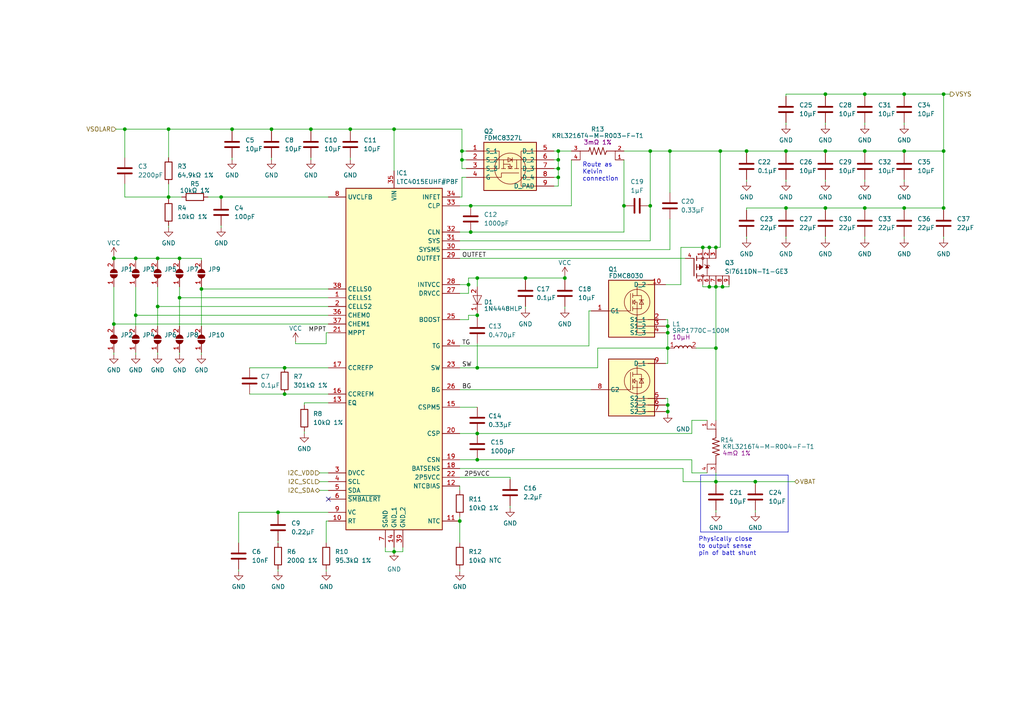
<source format=kicad_sch>
(kicad_sch (version 20230121) (generator eeschema)
  (paper "A4")
  (lib_symbols
    (symbol "1N4448HLP-7:1N4448HLP-7" (pin_names hide)
      (property "Reference" "D?" (at -5.08 5.08 0))
      (property "Value" "1N4448HLP-7" (at 0.635 3.175 0))
      (property "JLCPCB" "C154874" (at -2.54 -3.175 0))
      (symbol "1N4448HLP-7_1_1"
        (pin passive line (at -3.81 0 0) (length 2.54) (name "K") (number "1"))
        (pin passive line (at 3.81 0 180) (length 2.54) (name "A") (number "2"))
      )
    )
    (symbol "Device:C" (pin_numbers hide) (pin_names (offset 0.254))
      (property "Reference" "C" (at 0.635 2.54 0))
      (property "Value" "C" (at 0.635 -2.54 0))
      (symbol "C_1_1"
        (pin passive line (at 0 3.81 270) (length 2.794) (name "~") (number "1"))
        (pin passive line (at 0 -3.81 90) (length 2.794) (name "~") (number "2"))
      )
    )
    (symbol "Device:R" (pin_numbers hide) (pin_names (offset 0))
      (property "Reference" "R" (at 2.032 0 90))
      (property "Value" "R" (at 0 0 90))
      (symbol "R_1_1"
        (pin passive line (at 0 3.81 270) (length 1.27) (name "~") (number "1"))
        (pin passive line (at 0 -3.81 90) (length 1.27) (name "~") (number "2"))
      )
    )
    (symbol "FDMC8030:FDMC8030"
      (property "Reference" "Q?" (at -5.08 22.86 0))
      (property "Value" "FDMC8030" (at -1.27 20.955 0))
      (symbol "FDMC8030_1_1"
        (pin passive line (at -11.43 10.795 0) (length 5.08) (name "G1") (number "1"))
        (pin passive line (at 10.16 18.415 180) (length 5.08) (name "D_2") (number "10"))
        (pin passive line (at 10.16 8.255 180) (length 5.08) (name "S1_1") (number "2"))
        (pin passive line (at 10.16 6.35 180) (length 5.08) (name "S1_2") (number "3"))
        (pin passive line (at 10.16 4.445 180) (length 5.08) (name "S1_3") (number "4"))
        (pin passive line (at 10.16 -14.605 180) (length 5.08) (name "S2_1") (number "5"))
        (pin passive line (at 10.16 -16.51 180) (length 5.08) (name "S2_2") (number "6"))
        (pin passive line (at 10.16 -18.415 180) (length 5.08) (name "S2_3") (number "7"))
        (pin passive line (at -11.43 -12.065 0) (length 5.08) (name "G2") (number "8"))
        (pin passive line (at 10.16 -4.445 180) (length 5.08) (name "D_1") (number "9"))
      )
    )
    (symbol "FDMC8327L:FDMC8327L"
      (property "Reference" "Q2" (at 5.08 5.715 0))
      (property "Value" "FDMC8327L" (at 5.08 3.81 0))
      (symbol "FDMC8327L_1_1"
        (pin passive line (at 0 0 0) (length 5.08) (name "S_1") (number "1"))
        (pin passive line (at 0 -2.54 0) (length 5.08) (name "S_2") (number "2"))
        (pin passive line (at 0 -5.08 0) (length 5.08) (name "S_3") (number "3"))
        (pin passive line (at 0 -7.62 0) (length 5.08) (name "G") (number "4"))
        (pin passive line (at 25.4 0 180) (length 5.08) (name "D_1") (number "5"))
        (pin passive line (at 25.4 -2.54 180) (length 5.08) (name "D_2") (number "6"))
        (pin passive line (at 25.4 -5.08 180) (length 5.08) (name "D_3") (number "7"))
        (pin passive line (at 25.4 -7.62 180) (length 5.08) (name "D_4") (number "8"))
        (pin passive line (at 25.4 -10.16 180) (length 5.08) (name "D_PAD") (number "9"))
      )
    )
    (symbol "Jumper:SolderJumper_2_Open" (pin_names (offset 0) hide)
      (property "Reference" "JP" (at 0 2.032 0))
      (property "Value" "SolderJumper_2_Open" (at 0 -2.54 0))
      (symbol "SolderJumper_2_Open_1_1"
        (pin passive line (at -3.81 0 0) (length 2.54) (name "A") (number "1"))
        (pin passive line (at 3.81 0 180) (length 2.54) (name "B") (number "2"))
      )
    )
    (symbol "KRL3216T4-M-R003-F-T1:KRL3216T4-M-R003-F-T1" (pin_names (offset 1.016))
      (property "Reference" "R" (at -6.35 -3.175 0))
      (property "Value" "KRL3216T4-M-R003-F-T1" (at -6.35 -5.08 0))
      (symbol "KRL3216T4-M-R003-F-T1_0_0"
        (pin passive line (at -7.62 2.54 0) (length 2.54) (name "~") (number "1"))
        (pin passive line (at -7.62 0 0) (length 2.54) (name "~") (number "2"))
        (pin passive line (at 7.62 0 180) (length 2.54) (name "~") (number "3"))
        (pin passive line (at 7.62 2.54 180) (length 2.54) (name "~") (number "4"))
      )
    )
    (symbol "LTC4015EUHF#PBF:LTC4015EUHF#PBF"
      (property "Reference" "IC**" (at -11.43 49.53 0))
      (property "Value" "LTC4015EUHF#PBF" (at -2.54 6.35 90))
      (symbol "LTC4015EUHF#PBF_1_1"
        (pin input line (at -19.05 16.51 0) (length 5.08) (name "CELLS1") (number "1"))
        (pin input line (at -19.05 -48.26 0) (length 5.08) (name "RT") (number "10"))
        (pin input line (at 19.05 -48.26 180) (length 5.08) (name "NTC") (number "11"))
        (pin output line (at 19.05 -38.1 180) (length 5.08) (name "NTCBIAS") (number "12"))
        (pin input line (at -19.05 -13.97 0) (length 5.08) (name "EQ") (number "13"))
        (pin power_in line (at 0 -55.88 90) (length 5.08) (name "GND_1") (number "14"))
        (pin input line (at 19.05 -15.24 180) (length 5.08) (name "CSPM5") (number "15"))
        (pin input line (at -19.05 -11.43 0) (length 5.08) (name "CCREFM") (number "16"))
        (pin input line (at -19.05 -3.81 0) (length 5.08) (name "CCREFP") (number "17"))
        (pin input line (at 19.05 -33.02 180) (length 5.08) (name "BATSENS") (number "18"))
        (pin input line (at 19.05 -30.48 180) (length 5.08) (name "CSN") (number "19"))
        (pin input line (at -19.05 13.97 0) (length 5.08) (name "CELLS2") (number "2"))
        (pin input line (at 19.05 -22.86 180) (length 5.08) (name "CSP") (number "20"))
        (pin input line (at -19.05 6.35 0) (length 5.08) (name "MPPT") (number "21"))
        (pin input line (at 19.05 -35.56 180) (length 5.08) (name "2P5VCC") (number "22"))
        (pin output line (at 19.05 -3.81 180) (length 5.08) (name "SW") (number "23"))
        (pin output line (at 19.05 2.54 180) (length 5.08) (name "TG") (number "24"))
        (pin output line (at 19.05 10.16 180) (length 5.08) (name "BOOST") (number "25"))
        (pin output line (at 19.05 -10.16 180) (length 5.08) (name "BG") (number "26"))
        (pin input line (at 19.05 17.78 180) (length 5.08) (name "DRVCC") (number "27"))
        (pin output line (at 19.05 20.32 180) (length 5.08) (name "INTVCC") (number "28"))
        (pin output line (at 19.05 27.94 180) (length 5.08) (name "OUTFET") (number "29"))
        (pin input line (at -19.05 -34.29 0) (length 5.08) (name "DVCC") (number "3"))
        (pin input line (at 19.05 30.48 180) (length 5.08) (name "SYSM5") (number "30"))
        (pin input line (at 19.05 33.02 180) (length 5.08) (name "SYS") (number "31"))
        (pin input line (at 19.05 35.56 180) (length 5.08) (name "CLN") (number "32"))
        (pin input line (at 19.05 43.18 180) (length 5.08) (name "CLP") (number "33"))
        (pin output line (at 19.05 45.72 180) (length 5.08) (name "INFET") (number "34"))
        (pin power_in line (at 0 53.34 270) (length 5.08) (name "VIN") (number "35"))
        (pin input line (at -19.05 11.43 0) (length 5.08) (name "CHEM0") (number "36"))
        (pin input line (at -19.05 8.89 0) (length 5.08) (name "CHEM1") (number "37"))
        (pin input line (at -19.05 19.05 0) (length 5.08) (name "CELLS0") (number "38"))
        (pin power_in line (at 2.54 -55.88 90) (length 5.08) (name "GND_2") (number "39"))
        (pin input line (at -19.05 -36.83 0) (length 5.08) (name "SCL") (number "4"))
        (pin bidirectional line (at -19.05 -39.37 0) (length 5.08) (name "SDA") (number "5"))
        (pin output line (at -19.05 -41.91 0) (length 5.08) (name "~{SMBALERT}") (number "6"))
        (pin power_in line (at -2.54 -55.88 90) (length 5.08) (name "SGND") (number "7"))
        (pin input line (at -19.05 45.72 0) (length 5.08) (name "UVCLFB") (number "8"))
        (pin input line (at -19.05 -45.72 0) (length 5.08) (name "VC") (number "9"))
      )
    )
    (symbol "SI7611DN-T1-GE3:SI7611DN-T1-GE3" (pin_names (offset 1.016))
      (property "Reference" "Q3" (at 8.89 1.2701 0))
      (property "Value" "SI7611DN-T1-GE3" (at 8.89 -1.2699 0))
      (symbol "SI7611DN-T1-GE3_0_0"
        (pin passive line (at 2.54 5.08 270) (length 2.54) (name "~") (number "1"))
        (pin passive line (at 4.445 5.08 270) (length 2.54) (name "~") (number "2"))
        (pin passive line (at 6.35 5.08 270) (length 2.54) (name "~") (number "3"))
        (pin passive line (at -2.54 2.54 0) (length 2.54) (name "~") (number "4"))
        (pin passive line (at 2.54 -5.08 90) (length 2.54) (name "~") (number "5"))
        (pin passive line (at 4.445 -5.08 90) (length 2.54) (name "~") (number "6"))
        (pin passive line (at 6.35 -5.08 90) (length 2.54) (name "~") (number "7"))
        (pin passive line (at 8.255 -5.08 90) (length 2.54) (name "~") (number "8"))
        (pin passive line (at 10.16 -5.08 90) (length 2.54) (name "~") (number "9"))
      )
    )
    (symbol "SRP1770C-100M:SRP1770C-100M" (pin_names hide)
      (property "Reference" "L" (at -3.81 6.985 0))
      (property "Value" "SRP1770C-100M" (at -3.81 5.08 0))
      (property "Inductance" "10µH" (at -3.81 3.175 0))
      (symbol "SRP1770C-100M_1_1"
        (pin passive line (at -3.81 0 0) (length 1.27) (name "1") (number "1"))
        (pin passive line (at 3.81 0 180) (length 1.27) (name "2") (number "2"))
      )
    )
    (symbol "power:GND" (power) (pin_names (offset 0))
      (property "Value" "GND" (at 0 -3.81 0))
      (symbol "GND_1_1"
        (pin power_in line (at 0 0 270) (length 0) hide (name "GND") (number "1"))
      )
    )
    (symbol "power:VCC" (power) (pin_names (offset 0))
      (property "Value" "VCC" (at 0 3.81 0))
      (symbol "VCC_1_1"
        (pin power_in line (at 0 0 90) (length 0) hide (name "VCC") (number "1"))
      )
    )
  )
  (junction (at 64.135 57.15))
  (junction (at 161.925 48.895))
  (junction (at 52.07 86.36))
  (junction (at 138.43 91.44))
  (junction (at 161.925 46.355))
  (junction (at 58.42 83.82))
  (junction (at 239.395 43.815))
  (junction (at 250.825 60.325))
  (junction (at 205.74 71.755))
  (junction (at 133.35 151.13))
  (junction (at 194.31 43.815))
  (junction (at 227.965 43.815))
  (junction (at 136.525 59.69))
  (junction (at 152.4 80.645))
  (junction (at 273.685 60.325))
  (junction (at 216.535 43.815))
  (junction (at 78.74 37.465))
  (junction (at 48.895 57.15))
  (junction (at 207.645 83.185))
  (junction (at 193.675 100.965))
  (junction (at 138.43 80.645))
  (junction (at 180.975 59.69))
  (junction (at 208.915 43.815))
  (junction (at 33.02 93.98))
  (junction (at 48.895 37.465))
  (junction (at 227.965 60.325))
  (junction (at 45.72 74.93))
  (junction (at 161.925 51.435))
  (junction (at 67.31 37.465))
  (junction (at 273.685 27.305))
  (junction (at 138.43 106.68))
  (junction (at 90.17 37.465))
  (junction (at 45.72 88.9))
  (junction (at 193.675 96.52))
  (junction (at 33.02 74.93))
  (junction (at 82.55 106.68))
  (junction (at 207.645 100.965))
  (junction (at 207.645 71.755))
  (junction (at 239.395 27.305))
  (junction (at 114.3 37.465))
  (junction (at 219.075 139.7))
  (junction (at 101.6 37.465))
  (junction (at 250.825 43.815))
  (junction (at 188.595 59.69))
  (junction (at 262.255 60.325))
  (junction (at 262.255 43.815))
  (junction (at 136.525 67.31))
  (junction (at 193.675 94.615))
  (junction (at 133.985 46.355))
  (junction (at 273.685 43.815))
  (junction (at 188.595 43.815))
  (junction (at 114.3 160.02))
  (junction (at 135.89 82.55))
  (junction (at 80.645 148.59))
  (junction (at 239.395 60.325))
  (junction (at 207.645 139.7))
  (junction (at 262.255 27.305))
  (junction (at 193.675 119.38))
  (junction (at 209.55 83.185))
  (junction (at 52.07 74.93))
  (junction (at 138.43 133.35))
  (junction (at 161.925 43.815))
  (junction (at 39.37 91.44))
  (junction (at 250.825 27.305))
  (junction (at 36.195 37.465))
  (junction (at 133.985 43.815))
  (junction (at 193.675 117.475))
  (junction (at 138.43 125.73))
  (junction (at 39.37 74.93))
  (junction (at 203.835 71.755))
  (junction (at 205.74 83.185))
  (junction (at 163.83 80.645))
  (junction (at 82.55 114.3))
  (no_connect (at 95.25 144.78))
  (wire (pts (xy 67.31 37.465) (xy 78.74 37.465)))
  (wire (pts (xy 138.43 106.68) (xy 173.355 106.68)))
  (wire (pts (xy 95.25 151.13) (xy 94.615 151.13)))
  (wire (pts (xy 200.66 137.16) (xy 200.66 133.35)))
  (wire (pts (xy 160.655 51.435) (xy 161.925 51.435)))
  (wire (pts (xy 39.37 83.185) (xy 39.37 91.44)))
  (wire (pts (xy 208.915 43.815) (xy 208.915 71.755)))
  (wire (pts (xy 239.395 60.96) (xy 239.395 60.325)))
  (polyline (pts (xy 203.2 139.065) (xy 203.2 137.795)))
  (wire (pts (xy 52.07 74.93) (xy 58.42 74.93)))
  (wire (pts (xy 133.35 133.35) (xy 138.43 133.35)))
  (wire (pts (xy 82.55 106.68) (xy 95.25 106.68)))
  (wire (pts (xy 194.31 43.815) (xy 208.915 43.815)))
  (wire (pts (xy 193.04 92.71) (xy 193.675 92.71)))
  (wire (pts (xy 52.705 57.15) (xy 48.895 57.15)))
  (wire (pts (xy 173.355 106.68) (xy 173.355 100.965)))
  (wire (pts (xy 201.93 100.965) (xy 207.645 100.965)))
  (wire (pts (xy 58.42 102.87) (xy 58.42 102.235)))
  (wire (pts (xy 133.35 125.73) (xy 138.43 125.73)))
  (wire (pts (xy 239.395 69.215) (xy 239.395 68.58)))
  (wire (pts (xy 133.985 37.465) (xy 114.3 37.465)))
  (wire (pts (xy 203.835 83.185) (xy 205.74 83.185)))
  (wire (pts (xy 52.07 74.93) (xy 52.07 75.565)))
  (wire (pts (xy 170.815 100.33) (xy 170.815 90.17)))
  (wire (pts (xy 211.455 82.55) (xy 211.455 83.185)))
  (wire (pts (xy 90.17 37.465) (xy 101.6 37.465)))
  (wire (pts (xy 111.76 158.75) (xy 111.76 160.02)))
  (wire (pts (xy 188.595 43.815) (xy 194.31 43.815)))
  (wire (pts (xy 160.655 46.355) (xy 161.925 46.355)))
  (wire (pts (xy 273.685 43.815) (xy 273.685 60.325)))
  (wire (pts (xy 273.685 69.215) (xy 273.685 68.58)))
  (wire (pts (xy 198.12 139.7) (xy 198.12 135.89)))
  (wire (pts (xy 133.35 59.69) (xy 136.525 59.69)))
  (wire (pts (xy 138.43 90.805) (xy 138.43 91.44)))
  (wire (pts (xy 193.675 96.52) (xy 193.675 100.965)))
  (wire (pts (xy 193.04 115.57) (xy 193.675 115.57)))
  (wire (pts (xy 193.04 119.38) (xy 193.675 119.38)))
  (wire (pts (xy 273.685 60.325) (xy 262.255 60.325)))
  (wire (pts (xy 95.25 116.84) (xy 88.265 116.84)))
  (wire (pts (xy 207.645 83.185) (xy 209.55 83.185)))
  (wire (pts (xy 161.925 43.815) (xy 165.735 43.815)))
  (wire (pts (xy 52.07 83.185) (xy 52.07 86.36)))
  (wire (pts (xy 48.895 53.34) (xy 48.895 57.15)))
  (wire (pts (xy 80.645 165.735) (xy 80.645 165.1)))
  (wire (pts (xy 216.535 43.815) (xy 227.965 43.815)))
  (wire (pts (xy 188.595 43.815) (xy 188.595 59.69)))
  (wire (pts (xy 262.255 52.705) (xy 262.255 52.07)))
  (wire (pts (xy 193.675 105.41) (xy 193.04 105.41)))
  (wire (pts (xy 133.985 46.355) (xy 133.985 43.815)))
  (wire (pts (xy 250.825 60.96) (xy 250.825 60.325)))
  (wire (pts (xy 227.965 44.45) (xy 227.965 43.815)))
  (polyline (pts (xy 228.6 154.305) (xy 203.2 154.305)))
  (wire (pts (xy 205.74 83.185) (xy 207.645 83.185)))
  (wire (pts (xy 33.655 37.465) (xy 36.195 37.465)))
  (wire (pts (xy 262.255 44.45) (xy 262.255 43.815)))
  (wire (pts (xy 193.04 94.615) (xy 193.675 94.615)))
  (wire (pts (xy 133.35 69.85) (xy 188.595 69.85)))
  (wire (pts (xy 160.655 48.895) (xy 161.925 48.895)))
  (wire (pts (xy 33.02 74.93) (xy 39.37 74.93)))
  (wire (pts (xy 188.595 69.85) (xy 188.595 59.69)))
  (wire (pts (xy 72.39 114.3) (xy 82.55 114.3)))
  (wire (pts (xy 197.485 71.755) (xy 203.835 71.755)))
  (wire (pts (xy 114.3 160.02) (xy 116.84 160.02)))
  (wire (pts (xy 80.645 157.48) (xy 80.645 156.845)))
  (wire (pts (xy 161.925 43.815) (xy 161.925 46.355)))
  (wire (pts (xy 262.255 27.305) (xy 273.685 27.305)))
  (wire (pts (xy 163.83 89.535) (xy 163.83 88.9)))
  (wire (pts (xy 39.37 102.87) (xy 39.37 102.235)))
  (wire (pts (xy 227.965 36.195) (xy 227.965 35.56)))
  (wire (pts (xy 138.43 125.73) (xy 200.66 125.73)))
  (wire (pts (xy 193.675 115.57) (xy 193.675 117.475)))
  (wire (pts (xy 133.35 57.15) (xy 133.985 57.15)))
  (wire (pts (xy 205.105 137.16) (xy 200.66 137.16)))
  (wire (pts (xy 193.675 117.475) (xy 193.675 119.38)))
  (wire (pts (xy 39.37 75.565) (xy 39.37 74.93)))
  (wire (pts (xy 133.985 57.15) (xy 133.985 51.435)))
  (wire (pts (xy 101.6 38.1) (xy 101.6 37.465)))
  (wire (pts (xy 208.915 43.815) (xy 216.535 43.815)))
  (wire (pts (xy 216.535 69.215) (xy 216.535 68.58)))
  (wire (pts (xy 209.55 83.185) (xy 211.455 83.185)))
  (wire (pts (xy 39.37 74.93) (xy 45.72 74.93)))
  (wire (pts (xy 250.825 69.215) (xy 250.825 68.58)))
  (wire (pts (xy 92.71 137.16) (xy 95.25 137.16)))
  (wire (pts (xy 133.35 100.33) (xy 170.815 100.33)))
  (wire (pts (xy 90.17 38.1) (xy 90.17 37.465)))
  (wire (pts (xy 135.89 92.71) (xy 135.89 91.44)))
  (wire (pts (xy 133.35 138.43) (xy 147.955 138.43)))
  (wire (pts (xy 193.04 117.475) (xy 193.675 117.475)))
  (wire (pts (xy 33.02 93.98) (xy 95.25 93.98)))
  (wire (pts (xy 138.43 91.44) (xy 138.43 92.075)))
  (wire (pts (xy 250.825 27.305) (xy 262.255 27.305)))
  (wire (pts (xy 239.395 44.45) (xy 239.395 43.815)))
  (polyline (pts (xy 228.6 137.795) (xy 228.6 154.305)))
  (wire (pts (xy 133.35 67.31) (xy 136.525 67.31)))
  (wire (pts (xy 152.4 89.535) (xy 152.4 88.9)))
  (wire (pts (xy 262.255 43.815) (xy 273.685 43.815)))
  (wire (pts (xy 114.3 37.465) (xy 114.3 49.53)))
  (wire (pts (xy 262.255 27.305) (xy 262.255 27.94)))
  (wire (pts (xy 180.975 43.815) (xy 188.595 43.815)))
  (wire (pts (xy 227.965 60.325) (xy 216.535 60.325)))
  (wire (pts (xy 239.395 27.305) (xy 227.965 27.305)))
  (wire (pts (xy 133.985 43.815) (xy 135.255 43.815)))
  (wire (pts (xy 273.685 27.305) (xy 273.685 43.815)))
  (wire (pts (xy 94.615 96.52) (xy 94.615 99.695)))
  (wire (pts (xy 133.35 135.89) (xy 198.12 135.89)))
  (wire (pts (xy 133.35 140.97) (xy 133.35 142.24)))
  (wire (pts (xy 203.835 82.55) (xy 203.835 83.185)))
  (wire (pts (xy 90.17 45.72) (xy 90.17 46.355)))
  (wire (pts (xy 194.31 72.39) (xy 194.31 63.5)))
  (wire (pts (xy 239.395 43.815) (xy 227.965 43.815)))
  (wire (pts (xy 180.975 59.69) (xy 180.975 67.31)))
  (wire (pts (xy 95.25 88.9) (xy 45.72 88.9)))
  (wire (pts (xy 80.645 149.225) (xy 80.645 148.59)))
  (wire (pts (xy 135.89 80.645) (xy 135.89 82.55)))
  (wire (pts (xy 33.02 74.295) (xy 33.02 74.93)))
  (wire (pts (xy 69.215 165.735) (xy 69.215 165.1)))
  (wire (pts (xy 135.255 48.895) (xy 133.985 48.895)))
  (wire (pts (xy 227.965 69.215) (xy 227.965 68.58)))
  (wire (pts (xy 250.825 27.305) (xy 239.395 27.305)))
  (wire (pts (xy 262.255 69.215) (xy 262.255 68.58)))
  (wire (pts (xy 135.89 82.55) (xy 135.89 85.09)))
  (wire (pts (xy 85.725 99.695) (xy 94.615 99.695)))
  (wire (pts (xy 205.74 71.755) (xy 205.74 72.39)))
  (wire (pts (xy 48.895 37.465) (xy 67.31 37.465)))
  (wire (pts (xy 135.89 91.44) (xy 138.43 91.44)))
  (wire (pts (xy 60.325 57.15) (xy 64.135 57.15)))
  (wire (pts (xy 147.955 138.43) (xy 147.955 139.065)))
  (wire (pts (xy 69.215 148.59) (xy 80.645 148.59)))
  (wire (pts (xy 133.985 43.815) (xy 133.985 37.465)))
  (wire (pts (xy 64.135 57.15) (xy 95.25 57.15)))
  (wire (pts (xy 273.685 27.305) (xy 275.59 27.305)))
  (wire (pts (xy 250.825 44.45) (xy 250.825 43.815)))
  (wire (pts (xy 207.645 139.7) (xy 207.645 140.335)))
  (wire (pts (xy 39.37 91.44) (xy 95.25 91.44)))
  (wire (pts (xy 135.89 80.645) (xy 138.43 80.645)))
  (wire (pts (xy 170.815 90.17) (xy 171.45 90.17)))
  (wire (pts (xy 138.43 80.645) (xy 138.43 83.185)))
  (wire (pts (xy 165.735 46.355) (xy 165.735 59.69)))
  (wire (pts (xy 161.925 48.895) (xy 161.925 51.435)))
  (wire (pts (xy 207.645 83.185) (xy 207.645 100.965)))
  (wire (pts (xy 114.3 158.75) (xy 114.3 160.02)))
  (wire (pts (xy 45.72 74.93) (xy 52.07 74.93)))
  (wire (pts (xy 262.255 36.195) (xy 262.255 35.56)))
  (wire (pts (xy 85.725 99.06) (xy 85.725 99.695)))
  (wire (pts (xy 216.535 52.705) (xy 216.535 52.07)))
  (wire (pts (xy 161.925 46.355) (xy 161.925 48.895)))
  (wire (pts (xy 133.35 106.68) (xy 138.43 106.68)))
  (wire (pts (xy 161.925 51.435) (xy 161.925 53.975)))
  (wire (pts (xy 133.35 82.55) (xy 135.89 82.55)))
  (wire (pts (xy 207.645 148.59) (xy 207.645 147.955)))
  (wire (pts (xy 94.615 165.735) (xy 94.615 165.1)))
  (wire (pts (xy 250.825 52.705) (xy 250.825 52.07)))
  (wire (pts (xy 239.395 27.94) (xy 239.395 27.305)))
  (wire (pts (xy 205.105 121.92) (xy 200.66 121.92)))
  (polyline (pts (xy 203.2 137.795) (xy 228.6 137.795)))
  (wire (pts (xy 133.35 74.93) (xy 198.755 74.93)))
  (wire (pts (xy 163.83 81.28) (xy 163.83 80.645)))
  (wire (pts (xy 193.675 119.38) (xy 193.675 120.015)))
  (wire (pts (xy 193.04 96.52) (xy 193.675 96.52)))
  (wire (pts (xy 45.72 74.93) (xy 45.72 75.565)))
  (wire (pts (xy 147.955 147.32) (xy 147.955 146.685)))
  (wire (pts (xy 133.35 118.11) (xy 138.43 118.11)))
  (wire (pts (xy 36.195 57.15) (xy 48.895 57.15)))
  (wire (pts (xy 133.985 51.435) (xy 135.255 51.435)))
  (wire (pts (xy 133.985 48.895) (xy 133.985 46.355)))
  (wire (pts (xy 194.31 43.815) (xy 194.31 55.88)))
  (wire (pts (xy 193.675 94.615) (xy 193.675 96.52)))
  (wire (pts (xy 88.265 125.73) (xy 88.265 125.095)))
  (wire (pts (xy 33.02 74.93) (xy 33.02 75.565)))
  (wire (pts (xy 160.655 53.975) (xy 161.925 53.975)))
  (wire (pts (xy 133.35 85.09) (xy 135.89 85.09)))
  (wire (pts (xy 250.825 36.195) (xy 250.825 35.56)))
  (wire (pts (xy 227.965 60.96) (xy 227.965 60.325)))
  (wire (pts (xy 33.02 93.98) (xy 33.02 94.615)))
  (wire (pts (xy 193.675 92.71) (xy 193.675 94.615)))
  (wire (pts (xy 80.645 148.59) (xy 95.25 148.59)))
  (wire (pts (xy 101.6 37.465) (xy 114.3 37.465)))
  (wire (pts (xy 39.37 91.44) (xy 39.37 94.615)))
  (wire (pts (xy 152.4 81.28) (xy 152.4 80.645)))
  (wire (pts (xy 165.735 59.69) (xy 136.525 59.69)))
  (wire (pts (xy 262.255 60.325) (xy 250.825 60.325)))
  (wire (pts (xy 209.55 82.55) (xy 209.55 83.185)))
  (wire (pts (xy 180.975 67.31) (xy 136.525 67.31)))
  (wire (pts (xy 180.975 46.355) (xy 180.975 59.69)))
  (wire (pts (xy 207.645 71.755) (xy 207.645 72.39)))
  (wire (pts (xy 160.655 43.815) (xy 161.925 43.815)))
  (wire (pts (xy 133.35 113.03) (xy 171.45 113.03)))
  (wire (pts (xy 133.35 92.71) (xy 135.89 92.71)))
  (wire (pts (xy 88.265 116.84) (xy 88.265 117.475)))
  (wire (pts (xy 219.075 139.7) (xy 230.505 139.7)))
  (wire (pts (xy 52.07 102.87) (xy 52.07 102.235)))
  (wire (pts (xy 133.35 165.735) (xy 133.35 165.1)))
  (wire (pts (xy 95.25 96.52) (xy 94.615 96.52)))
  (wire (pts (xy 101.6 45.72) (xy 101.6 46.355)))
  (wire (pts (xy 58.42 74.93) (xy 58.42 75.565)))
  (wire (pts (xy 193.675 100.965) (xy 193.675 105.41)))
  (wire (pts (xy 163.83 80.01) (xy 163.83 80.645)))
  (wire (pts (xy 227.965 52.705) (xy 227.965 52.07)))
  (wire (pts (xy 36.195 45.72) (xy 36.195 37.465)))
  (wire (pts (xy 67.31 45.72) (xy 67.31 46.355)))
  (wire (pts (xy 163.83 80.645) (xy 152.4 80.645)))
  (wire (pts (xy 173.355 100.965) (xy 193.675 100.965)))
  (wire (pts (xy 239.395 60.325) (xy 227.965 60.325)))
  (wire (pts (xy 58.42 83.185) (xy 58.42 83.82)))
  (wire (pts (xy 48.895 66.04) (xy 48.895 65.405)))
  (wire (pts (xy 92.71 139.7) (xy 95.25 139.7)))
  (wire (pts (xy 52.07 86.36) (xy 95.25 86.36)))
  (wire (pts (xy 64.135 57.15) (xy 64.135 57.785)))
  (wire (pts (xy 48.895 57.15) (xy 48.895 57.785)))
  (wire (pts (xy 250.825 60.325) (xy 239.395 60.325)))
  (wire (pts (xy 116.84 158.75) (xy 116.84 160.02)))
  (wire (pts (xy 94.615 151.13) (xy 94.615 157.48)))
  (wire (pts (xy 33.02 102.87) (xy 33.02 102.235)))
  (wire (pts (xy 227.965 27.94) (xy 227.965 27.305)))
  (wire (pts (xy 197.485 82.55) (xy 197.485 71.755)))
  (wire (pts (xy 200.66 121.92) (xy 200.66 125.73)))
  (wire (pts (xy 48.895 45.72) (xy 48.895 37.465)))
  (wire (pts (xy 33.02 83.185) (xy 33.02 93.98)))
  (wire (pts (xy 133.35 151.13) (xy 133.35 157.48)))
  (wire (pts (xy 78.74 37.465) (xy 90.17 37.465)))
  (wire (pts (xy 52.07 86.36) (xy 52.07 94.615)))
  (wire (pts (xy 250.825 43.815) (xy 239.395 43.815)))
  (wire (pts (xy 82.55 114.3) (xy 95.25 114.3)))
  (polyline (pts (xy 203.2 154.305) (xy 203.2 139.065)))
  (wire (pts (xy 205.74 82.55) (xy 205.74 83.185)))
  (wire (pts (xy 72.39 106.68) (xy 82.55 106.68)))
  (wire (pts (xy 67.31 38.1) (xy 67.31 37.465)))
  (wire (pts (xy 207.645 139.7) (xy 207.645 137.16)))
  (wire (pts (xy 198.12 139.7) (xy 207.645 139.7)))
  (wire (pts (xy 58.42 83.82) (xy 95.25 83.82)))
  (wire (pts (xy 69.215 157.48) (xy 69.215 148.59)))
  (wire (pts (xy 133.35 149.86) (xy 133.35 151.13)))
  (wire (pts (xy 207.645 71.755) (xy 208.915 71.755)))
  (wire (pts (xy 111.76 160.02) (xy 114.3 160.02)))
  (wire (pts (xy 36.195 37.465) (xy 48.895 37.465)))
  (wire (pts (xy 193.04 82.55) (xy 197.485 82.55)))
  (wire (pts (xy 133.985 46.355) (xy 135.255 46.355)))
  (wire (pts (xy 58.42 83.82) (xy 58.42 94.615)))
  (wire (pts (xy 216.535 43.815) (xy 216.535 44.45)))
  (wire (pts (xy 203.835 72.39) (xy 203.835 71.755)))
  (wire (pts (xy 207.645 100.965) (xy 207.645 121.92)))
  (wire (pts (xy 78.74 38.1) (xy 78.74 37.465)))
  (wire (pts (xy 203.835 71.755) (xy 205.74 71.755)))
  (wire (pts (xy 262.255 43.815) (xy 250.825 43.815)))
  (wire (pts (xy 133.35 72.39) (xy 194.31 72.39)))
  (wire (pts (xy 239.395 36.195) (xy 239.395 35.56)))
  (wire (pts (xy 207.645 82.55) (xy 207.645 83.185)))
  (wire (pts (xy 64.135 65.405) (xy 64.135 66.04)))
  (wire (pts (xy 45.72 83.185) (xy 45.72 88.9)))
  (wire (pts (xy 138.43 133.35) (xy 200.66 133.35)))
  (wire (pts (xy 219.075 140.335) (xy 219.075 139.7)))
  (wire (pts (xy 273.685 60.96) (xy 273.685 60.325)))
  (wire (pts (xy 219.075 148.59) (xy 219.075 147.955)))
  (wire (pts (xy 262.255 60.96) (xy 262.255 60.325)))
  (wire (pts (xy 36.195 53.34) (xy 36.195 57.15)))
  (wire (pts (xy 205.74 71.755) (xy 207.645 71.755)))
  (wire (pts (xy 219.075 139.7) (xy 207.645 139.7)))
  (wire (pts (xy 92.71 142.24) (xy 95.25 142.24)))
  (wire (pts (xy 45.72 102.87) (xy 45.72 102.235)))
  (wire (pts (xy 78.74 45.72) (xy 78.74 46.355)))
  (wire (pts (xy 250.825 27.94) (xy 250.825 27.305)))
  (wire (pts (xy 45.72 88.9) (xy 45.72 94.615)))
  (wire (pts (xy 138.43 80.645) (xy 152.4 80.645)))
  (wire (pts (xy 138.43 99.695) (xy 138.43 106.68)))
  (wire (pts (xy 194.31 100.965) (xy 193.675 100.965)))
  (wire (pts (xy 216.535 60.96) (xy 216.535 60.325)))
  (wire (pts (xy 239.395 52.705) (xy 239.395 52.07)))
  (text "Route as\nKelvin\nconnection" (at 168.91 52.705 0) (effects (font (size 1.27 1.27)) (justify left bottom)))
  (text "Physically close\nto output sense\npin of batt shunt" (at 202.565 161.29 0) (effects (font (size 1.27 1.27)) (justify left bottom)))
  (label "BG" (at 133.985 113.03 0))
  (label "TG" (at 133.985 100.33 0))
  (label "SW" (at 133.985 106.68 0))
  (label "MPPT" (at 94.615 96.52 180))
  (label "2P5VCC" (at 134.62 138.43 0))
  (label "OUTFET" (at 133.985 74.93 0))
  (hierarchical_label "VSYS" (shape output) (at 275.59 27.305 0))
  (hierarchical_label "I2C_SDA" (shape bidirectional) (at 92.71 142.24 180))
  (hierarchical_label "VBAT" (shape bidirectional) (at 230.505 139.7 0))
  (hierarchical_label "VSOLAR" (shape input) (at 33.655 37.465 180))
  (hierarchical_label "I2C_VDD" (shape input) (at 92.71 137.16 180))
  (hierarchical_label "I2C_SCL" (shape input) (at 92.71 139.7 180))
  (symbol (lib_id "FDMC8030:FDMC8030") (at 182.88 100.965 0) (unit 1)
    (property "Reference" "Q1" (at 177.8 78.105 0))
    (property "Value" "FDMC8030" (at 181.61 80.01 0))
    (property "Footprint" "LIB_FDMC8030:FDMC89521L" (effects hide))
    (property "JLCPCB" "C890952" (effects hide))
  )
  (symbol (lib_id "power:GND") (at 207.645 148.59 0) (unit 1)
    (property "Reference" "#PWR038" (effects hide))
    (property "Value" "GND" (at 207.645 153.035 0))
  )
  (symbol (lib_id "Device:C") (at 138.43 121.92 180) (unit 1)
    (property "Reference" "C14" (at 141.605 120.6499 0) (effects (justify right)))
    (property "Value" "0.33μF" (at 141.605 123.1899 0) (effects (justify right)))
    (property "Footprint" "Capacitor_SMD:C_0603_1608Metric" (effects hide))
    (property "JLCPCB" "C1615" (effects hide))
  )
  (symbol (lib_id "Jumper:SolderJumper_2_Open") (at 39.37 79.375 90) (unit 1)
    (property "Reference" "JP3" (at 41.275 78.1049 90) (effects (justify right)))
    (property "Value" "SolderJumper_2_Open" (effects hide))
    (property "Footprint" "Jumper:SolderJumper-2_P1.3mm_Open_TrianglePad1.0x1.5mm" (effects hide))
    (property "State" "Open" (effects hide))
  )
  (symbol (lib_id "Device:C") (at 101.6 41.91 0) (unit 1)
    (property "Reference" "C11" (at 105.41 40.6399 0) (effects (justify left)))
    (property "Value" "10µF" (at 105.41 43.1799 0) (effects (justify left)))
    (property "Footprint" "Capacitor_SMD:C_1206_3216Metric" (effects hide))
    (property "JLCPCB" "C13585" (effects hide))
  )
  (symbol (lib_id "Device:C") (at 207.645 144.145 0) (unit 1)
    (property "Reference" "C21" (at 211.455 142.8749 0) (effects (justify left)))
    (property "Value" "10µF" (at 211.455 145.4149 0) (effects (justify left)))
    (property "Footprint" "Capacitor_SMD:C_1206_3216Metric" (effects hide))
    (property "JLCPCB" "C13585" (effects hide))
  )
  (symbol (lib_id "power:GND") (at 250.825 69.215 0) (unit 1)
    (property "Reference" "#PWR050" (effects hide))
    (property "Value" "GND" (at 250.825 73.66 0))
  )
  (symbol (lib_id "Device:R") (at 48.895 49.53 0) (unit 1)
    (property "Reference" "R3" (at 51.435 48.2599 0) (effects (justify left)))
    (property "Value" "64,9kΩ 1%" (at 51.435 50.7999 0) (effects (justify left)))
    (property "Footprint" "Resistor_SMD:R_0603_1608Metric" (effects hide))
    (property "JLCPCB" "C137810" (effects hide))
  )
  (symbol (lib_id "Jumper:SolderJumper_2_Open") (at 39.37 98.425 90) (unit 1)
    (property "Reference" "JP4" (at 41.275 97.1549 90) (effects (justify right)))
    (property "Value" "SolderJumper_2_Open" (effects hide))
    (property "Footprint" "Jumper:SolderJumper-2_P1.3mm_Open_TrianglePad1.0x1.5mm" (effects hide))
    (property "State" "Open" (effects hide))
  )
  (symbol (lib_id "Device:C") (at 262.255 48.26 0) (unit 1)
    (property "Reference" "C35" (at 266.065 46.9899 0) (effects (justify left)))
    (property "Value" "10µF" (at 266.065 49.5299 0) (effects (justify left)))
    (property "Footprint" "Capacitor_SMD:C_1206_3216Metric" (effects hide))
    (property "JLCPCB" "C13585" (effects hide))
  )
  (symbol (lib_id "Device:R") (at 133.35 146.05 0) (unit 1)
    (property "Reference" "R11" (at 135.89 144.7799 0) (effects (justify left)))
    (property "Value" "10kΩ 1%" (at 135.89 147.3199 0) (effects (justify left)))
    (property "Footprint" "Resistor_SMD:R_0603_1608Metric" (effects hide))
    (property "JLCPCB" "C25804" (effects hide))
  )
  (symbol (lib_id "power:GND") (at 67.31 46.355 0) (unit 1)
    (property "Reference" "#PWR022" (effects hide))
    (property "Value" "GND" (at 67.31 50.8 0))
  )
  (symbol (lib_id "Device:R") (at 80.645 161.29 0) (unit 1)
    (property "Reference" "R6" (at 83.185 160.0199 0) (effects (justify left)))
    (property "Value" "200Ω 1%" (at 83.185 162.5599 0) (effects (justify left)))
    (property "Footprint" "Resistor_SMD:R_0603_1608Metric" (effects hide))
    (property "JLCPCB" "C8218" (effects hide))
  )
  (symbol (lib_id "KRL3216T4-M-R003-F-T1:KRL3216T4-M-R003-F-T1") (at 173.355 43.815 180) (unit 1)
    (property "Reference" "R13" (at 173.355 37.465 0))
    (property "Value" "KRL3216T4-M-R003-F-T1" (at 173.355 39.37 0))
    (property "Footprint" "KRL3216T4-M-R003-F-T1:RES_KRL3216T4-M-R003-F-T1" (effects hide))
    (property "RValue" "3mΩ 1%" (at 173.355 41.275 0))
    (property "JLCPCB" "C4119998" (effects hide))
  )
  (symbol (lib_id "power:GND") (at 216.535 69.215 0) (unit 1)
    (property "Reference" "#PWR040" (effects hide))
    (property "Value" "GND" (at 216.535 73.66 0))
  )
  (symbol (lib_id "Jumper:SolderJumper_2_Open") (at 33.02 79.375 90) (unit 1)
    (property "Reference" "JP1" (at 34.925 78.1049 90) (effects (justify right)))
    (property "Value" "SolderJumper_2_Open" (effects hide))
    (property "Footprint" "Jumper:SolderJumper-2_P1.3mm_Open_TrianglePad1.0x1.5mm" (effects hide))
    (property "State" "Open" (effects hide))
  )
  (symbol (lib_id "power:GND") (at 262.255 36.195 0) (unit 1)
    (property "Reference" "#PWR051" (effects hide))
    (property "Value" "GND" (at 262.255 40.64 0))
  )
  (symbol (lib_id "Device:C") (at 250.825 31.75 0) (unit 1)
    (property "Reference" "C31" (at 254.635 30.4799 0) (effects (justify left)))
    (property "Value" "10µF" (at 254.635 33.0199 0) (effects (justify left)))
    (property "Footprint" "Capacitor_SMD:C_1206_3216Metric" (effects hide))
    (property "JLCPCB" "C13585" (effects hide))
  )
  (symbol (lib_id "SRP1770C-100M:SRP1770C-100M") (at 198.12 100.965 0) (unit 1)
    (property "Reference" "L1" (at 194.945 93.98 0) (effects (justify left)))
    (property "Value" "SRP1770C-100M" (at 194.945 95.885 0) (effects (justify left)))
    (property "Footprint" "SRP1770C-100M:INDPM178169X700N" (effects hide))
    (property "JLCPCB" "C1331642" (effects hide))
    (property "Inductance" "10µH" (at 194.945 97.79 0) (effects (justify left)))
  )
  (symbol (lib_id "power:GND") (at 273.685 69.215 0) (unit 1)
    (property "Reference" "#PWR054" (effects hide))
    (property "Value" "GND" (at 273.685 73.66 0))
  )
  (symbol (lib_id "Device:C") (at 239.395 64.77 0) (unit 1)
    (property "Reference" "C30" (at 243.205 63.4999 0) (effects (justify left)))
    (property "Value" "22µF" (at 243.205 66.0399 0) (effects (justify left)))
    (property "Footprint" "Capacitor_SMD:C_1206_3216Metric" (effects hide))
    (property "JLCPCB" "C12891" (effects hide))
  )
  (symbol (lib_id "Device:C") (at 163.83 85.09 0) (unit 1)
    (property "Reference" "C18" (at 167.64 83.8199 0) (effects (justify left)))
    (property "Value" "10µF" (at 167.64 86.3599 0) (effects (justify left)))
    (property "Footprint" "Capacitor_SMD:C_1206_3216Metric" (effects hide))
    (property "JLCPCB" "C13585" (effects hide))
  )
  (symbol (lib_id "Jumper:SolderJumper_2_Open") (at 33.02 98.425 90) (unit 1)
    (property "Reference" "JP2" (at 34.925 97.1549 90) (effects (justify right)))
    (property "Value" "SolderJumper_2_Open" (effects hide))
    (property "Footprint" "Jumper:SolderJumper-2_P1.3mm_Open_TrianglePad1.0x1.5mm" (effects hide))
    (property "State" "Open" (effects hide))
  )
  (symbol (lib_id "Device:R") (at 56.515 57.15 90) (unit 1)
    (property "Reference" "R5" (at 56.515 53.34 90))
    (property "Value" "10kΩ 1%" (at 56.515 55.245 90))
    (property "Footprint" "Resistor_SMD:R_0603_1608Metric" (effects hide))
    (property "JLCPCB" "C25804" (effects hide))
  )
  (symbol (lib_id "LTC4015EUHF#PBF:LTC4015EUHF#PBF") (at 114.3 102.87 0) (unit 1)
    (property "Reference" "IC1" (at 114.935 50.165 0) (effects (justify left)))
    (property "Value" "LTC4015EUHF#PBF" (at 114.935 52.705 0) (effects (justify left)))
    (property "Footprint" "LTC4015EUHF#PBF:QFN50P500X700X80-39N-D" (effects hide))
    (property "Reference_1" "IC" (effects hide))
    (property "Value_1" "LTC4015EUHF#PBF" (effects hide))
    (property "Footprint_1" "QFN50P500X700X80-39N-D" (effects hide))
    (property "Datasheet_1" "https://datasheet.datasheetarchive.com/originals/distributors/DKDS-14/269693.pdf" (effects hide))
    (property "Height" "0.8" (effects hide))
    (property "Manufacturer_Name" "Analog Devices" (effects hide))
    (property "Manufacturer_Part_Number" "LTC4015EUHF#PBF" (effects hide))
    (property "Mouser Part Number" "584-LTC4015EUHF#PBF" (effects hide))
    (property "Mouser Price/Stock" "https://www.mouser.co.uk/ProductDetail/Analog-Devices/LTC4015EUHFPBF?qs=oahfZPh6IAKu8TTKaHkJkw%3D%3D" (effects hide))
    (property "Arrow Part Number" "LTC4015EUHF#PBF" (effects hide))
    (property "Arrow Price/Stock" "https://www.arrow.com/en/products/ltc4015euhfpbf/analog-devices?region=nac" (effects hide))
    (property "JLCPCB" "C687159" (effects hide))
  )
  (symbol (lib_id "Device:C") (at 227.965 31.75 0) (unit 1)
    (property "Reference" "C25" (at 231.775 30.4799 0) (effects (justify left)))
    (property "Value" "10µF" (at 231.775 33.0199 0) (effects (justify left)))
    (property "Footprint" "Capacitor_SMD:C_1206_3216Metric" (effects hide))
    (property "JLCPCB" "C13585" (effects hide))
  )
  (symbol (lib_id "power:GND") (at 250.825 36.195 0) (unit 1)
    (property "Reference" "#PWR048" (effects hide))
    (property "Value" "GND" (at 250.825 40.64 0))
  )
  (symbol (lib_id "Device:C") (at 262.255 31.75 0) (unit 1)
    (property "Reference" "C34" (at 266.065 30.4799 0) (effects (justify left)))
    (property "Value" "10µF" (at 266.065 33.0199 0) (effects (justify left)))
    (property "Footprint" "Capacitor_SMD:C_1206_3216Metric" (effects hide))
    (property "JLCPCB" "C13585" (effects hide))
  )
  (symbol (lib_id "power:GND") (at 101.6 46.355 0) (unit 1)
    (property "Reference" "#PWR030" (effects hide))
    (property "Value" "GND" (at 101.6 50.8 0))
  )
  (symbol (lib_id "Device:C") (at 80.645 153.035 0) (unit 1)
    (property "Reference" "C9" (at 84.455 151.7649 0) (effects (justify left)))
    (property "Value" "0.22μF" (at 84.455 154.3049 0) (effects (justify left)))
    (property "Footprint" "Capacitor_SMD:C_0603_1608Metric" (effects hide))
    (property "JLCPCB" "C21120" (effects hide))
  )
  (symbol (lib_id "SI7611DN-T1-GE3:SI7611DN-T1-GE3") (at 201.295 77.47 0) (unit 1)
    (property "Reference" "Q3" (at 210.185 76.1999 0) (effects (justify left)))
    (property "Value" "SI7611DN-T1-GE3" (at 210.185 78.7399 0) (effects (justify left)))
    (property "Footprint" "SI7611DN-T1-GE3:VISHAY_SIS468DN-T1-GE3" (effects hide))
    (property "JLCPCB" "C506599" (effects hide))
  )
  (symbol (lib_id "Device:C") (at 216.535 64.77 0) (unit 1)
    (property "Reference" "C23" (at 220.345 63.4999 0) (effects (justify left)))
    (property "Value" "22µF" (at 220.345 66.0399 0) (effects (justify left)))
    (property "Footprint" "Capacitor_SMD:C_1206_3216Metric" (effects hide))
    (property "JLCPCB" "C12891" (effects hide))
  )
  (symbol (lib_id "KRL3216T4-M-R003-F-T1:KRL3216T4-M-R003-F-T1") (at 207.645 129.54 90) (mirror x) (unit 1)
    (property "Reference" "R14" (at 210.82 127.635 90))
    (property "Value" "KRL3216T4-M-R004-F-T1" (at 222.885 129.54 90))
    (property "Footprint" "KRL3216T4-M-R003-F-T1:RES_KRL3216T4-M-R003-F-T1" (effects hide))
    (property "RValue" "4mΩ 1%" (at 209.55 131.445 90) (effects (justify right)))
    (property "JLCPCB" "C2090348" (effects hide))
  )
  (symbol (lib_id "Device:C") (at 194.31 59.69 180) (unit 1)
    (property "Reference" "C20" (at 197.485 58.4199 0) (effects (justify right)))
    (property "Value" "0.33μF" (at 197.485 60.9599 0) (effects (justify right)))
    (property "Footprint" "Capacitor_SMD:C_0603_1608Metric" (effects hide))
    (property "JLCPCB" "C1615" (effects hide))
  )
  (symbol (lib_id "power:GND") (at 64.135 66.04 0) (unit 1)
    (property "Reference" "#PWR020" (effects hide))
    (property "Value" "GND" (at 64.135 70.485 0))
  )
  (symbol (lib_id "power:GND") (at 147.955 147.32 0) (unit 1)
    (property "Reference" "#PWR033" (effects hide))
    (property "Value" "GND" (at 147.955 151.765 0))
  )
  (symbol (lib_id "power:GND") (at 39.37 102.87 0) (unit 1)
    (property "Reference" "#PWR015" (effects hide))
    (property "Value" "GND" (at 39.37 107.315 0))
  )
  (symbol (lib_id "power:GND") (at 88.265 125.73 0) (unit 1)
    (property "Reference" "#PWR027" (effects hide))
    (property "Value" "GND" (at 88.265 130.175 0))
  )
  (symbol (lib_id "power:GND") (at 239.395 69.215 0) (unit 1)
    (property "Reference" "#PWR047" (effects hide))
    (property "Value" "GND" (at 239.395 73.66 0))
  )
  (symbol (lib_id "power:GND") (at 227.965 69.215 0) (unit 1)
    (property "Reference" "#PWR044" (effects hide))
    (property "Value" "GND" (at 227.965 73.66 0))
  )
  (symbol (lib_id "Device:C") (at 138.43 129.54 0) (unit 1)
    (property "Reference" "C15" (at 142.24 128.2699 0) (effects (justify left)))
    (property "Value" "1000pF" (at 142.24 130.8099 0) (effects (justify left)))
    (property "Footprint" "Capacitor_SMD:C_0603_1608Metric" (effects hide))
    (property "JLCPCB" "C1588" (effects hide))
  )
  (symbol (lib_id "power:GND") (at 239.395 36.195 0) (unit 1)
    (property "Reference" "#PWR045" (effects hide))
    (property "Value" "GND" (at 239.395 40.64 0))
  )
  (symbol (lib_id "Device:C") (at 219.075 144.145 0) (unit 1)
    (property "Reference" "C24" (at 222.885 142.8749 0) (effects (justify left)))
    (property "Value" "10µF" (at 222.885 145.4149 0) (effects (justify left)))
    (property "Footprint" "Capacitor_SMD:C_1206_3216Metric" (effects hide))
    (property "JLCPCB" "C13585" (effects hide))
  )
  (symbol (lib_id "Device:C") (at 36.195 49.53 0) (unit 1)
    (property "Reference" "C3" (at 40.005 48.2599 0) (effects (justify left)))
    (property "Value" "2200pF" (at 40.005 50.7999 0) (effects (justify left)))
    (property "Footprint" "Capacitor_SMD:C_0603_1608Metric" (effects hide))
    (property "JLCPCB" "C1604" (effects hide))
  )
  (symbol (lib_id "power:GND") (at 58.42 102.87 0) (unit 1)
    (property "Reference" "#PWR019" (effects hide))
    (property "Value" "GND" (at 58.42 107.315 0))
  )
  (symbol (lib_id "power:GND") (at 262.255 52.705 0) (unit 1)
    (property "Reference" "#PWR052" (effects hide))
    (property "Value" "GND" (at 262.255 57.15 0))
  )
  (symbol (lib_id "power:GND") (at 216.535 52.705 0) (unit 1)
    (property "Reference" "#PWR039" (effects hide))
    (property "Value" "GND" (at 216.535 57.15 0))
  )
  (symbol (lib_id "Device:C") (at 136.525 63.5 0) (unit 1)
    (property "Reference" "C12" (at 140.335 62.2299 0) (effects (justify left)))
    (property "Value" "1000pF" (at 140.335 64.7699 0) (effects (justify left)))
    (property "Footprint" "Capacitor_SMD:C_0603_1608Metric" (effects hide))
    (property "JLCPCB" "C1588" (effects hide))
  )
  (symbol (lib_id "power:GND") (at 227.965 36.195 0) (unit 1)
    (property "Reference" "#PWR042" (effects hide))
    (property "Value" "GND" (at 227.965 40.64 0))
  )
  (symbol (lib_id "power:GND") (at 80.645 165.735 0) (unit 1)
    (property "Reference" "#PWR025" (effects hide))
    (property "Value" "GND" (at 80.645 170.18 0))
  )
  (symbol (lib_id "Device:C") (at 262.255 64.77 0) (unit 1)
    (property "Reference" "C36" (at 266.065 63.4999 0) (effects (justify left)))
    (property "Value" "22µF" (at 266.065 66.0399 0) (effects (justify left)))
    (property "Footprint" "Capacitor_SMD:C_1206_3216Metric" (effects hide))
    (property "JLCPCB" "C12891" (effects hide))
  )
  (symbol (lib_id "Device:C") (at 239.395 48.26 0) (unit 1)
    (property "Reference" "C29" (at 243.205 46.9899 0) (effects (justify left)))
    (property "Value" "10µF" (at 243.205 49.5299 0) (effects (justify left)))
    (property "Footprint" "Capacitor_SMD:C_1206_3216Metric" (effects hide))
    (property "JLCPCB" "C13585" (effects hide))
  )
  (symbol (lib_id "Device:R") (at 94.615 161.29 0) (unit 1)
    (property "Reference" "R10" (at 97.155 160.0199 0) (effects (justify left)))
    (property "Value" "95.3kΩ 1%" (at 97.155 162.5599 0) (effects (justify left)))
    (property "Footprint" "Resistor_SMD:R_0603_1608Metric" (effects hide))
    (property "JLCPCB" "C23267" (effects hide))
  )
  (symbol (lib_id "1N4448HLP-7:1N4448HLP-7") (at 138.43 86.995 90) (unit 1)
    (property "Reference" "D1" (at 140.335 87.63 90) (effects (justify right)))
    (property "Value" "1N4448HLP" (at 140.335 89.535 90) (effects (justify right)))
    (property "Footprint" "1N4448HLP-7:DESD3V3S1BL7B" (effects hide))
    (property "JLCPCB" "C154874" (effects hide))
  )
  (symbol (lib_id "Device:C") (at 227.965 64.77 0) (unit 1)
    (property "Reference" "C27" (at 231.775 63.4999 0) (effects (justify left)))
    (property "Value" "22µF" (at 231.775 66.0399 0) (effects (justify left)))
    (property "Footprint" "Capacitor_SMD:C_1206_3216Metric" (effects hide))
    (property "JLCPCB" "C12891" (effects hide))
  )
  (symbol (lib_id "Device:C") (at 250.825 48.26 0) (unit 1)
    (property "Reference" "C32" (at 254.635 46.9899 0) (effects (justify left)))
    (property "Value" "10µF" (at 254.635 49.5299 0) (effects (justify left)))
    (property "Footprint" "Capacitor_SMD:C_1206_3216Metric" (effects hide))
    (property "JLCPCB" "C13585" (effects hide))
  )
  (symbol (lib_id "Device:C") (at 184.785 59.69 90) (unit 1)
    (property "Reference" "C19" (at 184.785 52.705 90))
    (property "Value" "1μF" (at 184.785 55.245 90))
    (property "Footprint" "Capacitor_SMD:C_0603_1608Metric" (effects hide))
    (property "JLCPCB" "C15849" (effects hide))
  )
  (symbol (lib_id "power:GND") (at 239.395 52.705 0) (unit 1)
    (property "Reference" "#PWR046" (effects hide))
    (property "Value" "GND" (at 239.395 57.15 0))
  )
  (symbol (lib_id "power:GND") (at 114.3 160.02 0) (unit 1)
    (property "Reference" "#PWR031" (effects hide))
    (property "Value" "GND" (at 114.3 165.1 0))
  )
  (symbol (lib_id "Jumper:SolderJumper_2_Open") (at 58.42 98.425 90) (unit 1)
    (property "Reference" "JP10" (at 60.325 97.1549 90) (effects (justify right)))
    (property "Value" "SolderJumper_2_Open" (effects hide))
    (property "Footprint" "Jumper:SolderJumper-2_P1.3mm_Open_TrianglePad1.0x1.5mm" (effects hide))
    (property "State" "Open" (effects hide))
  )
  (symbol (lib_id "power:GND") (at 45.72 102.87 0) (unit 1)
    (property "Reference" "#PWR016" (effects hide))
    (property "Value" "GND" (at 45.72 107.315 0))
  )
  (symbol (lib_id "power:GND") (at 152.4 89.535 0) (unit 1)
    (property "Reference" "#PWR034" (effects hide))
    (property "Value" "GND" (at 152.4 93.98 0))
  )
  (symbol (lib_id "Device:C") (at 152.4 85.09 0) (unit 1)
    (property "Reference" "C17" (at 155.575 83.82 0) (effects (justify left)))
    (property "Value" "0.1µF" (at 155.575 86.36 0) (effects (justify left)))
    (property "Footprint" "Capacitor_SMD:C_0603_1608Metric" (effects hide))
    (property "JLCPCB" "C14663" (effects hide))
  )
  (symbol (lib_id "power:GND") (at 133.35 165.735 0) (unit 1)
    (property "Reference" "#PWR032" (effects hide))
    (property "Value" "GND" (at 133.35 170.18 0))
  )
  (symbol (lib_id "Device:R") (at 48.895 61.595 0) (unit 1)
    (property "Reference" "R4" (at 51.435 60.3249 0) (effects (justify left)))
    (property "Value" "10kΩ 1%" (at 51.435 62.8649 0) (effects (justify left)))
    (property "Footprint" "Resistor_SMD:R_0603_1608Metric" (effects hide))
    (property "JLCPCB" "C25804" (effects hide))
  )
  (symbol (lib_id "Device:C") (at 78.74 41.91 0) (unit 1)
    (property "Reference" "C8" (at 82.55 40.6399 0) (effects (justify left)))
    (property "Value" "10µF" (at 82.55 43.1799 0) (effects (justify left)))
    (property "Footprint" "Capacitor_SMD:C_1206_3216Metric" (effects hide))
    (property "JLCPCB" "C13585" (effects hide))
  )
  (symbol (lib_id "power:GND") (at 78.74 46.355 0) (unit 1)
    (property "Reference" "#PWR024" (effects hide))
    (property "Value" "GND" (at 78.74 50.8 0))
  )
  (symbol (lib_id "Device:R") (at 88.265 121.285 0) (unit 1)
    (property "Reference" "R8" (at 90.805 120.0149 0) (effects (justify left)))
    (property "Value" "10kΩ 1%" (at 90.805 122.5549 0) (effects (justify left)))
    (property "Footprint" "Resistor_SMD:R_0603_1608Metric" (effects hide))
    (property "JLCPCB" "C25804" (effects hide))
  )
  (symbol (lib_id "Device:C") (at 250.825 64.77 0) (unit 1)
    (property "Reference" "C33" (at 254.635 63.4999 0) (effects (justify left)))
    (property "Value" "22µF" (at 254.635 66.0399 0) (effects (justify left)))
    (property "Footprint" "Capacitor_SMD:C_1206_3216Metric" (effects hide))
    (property "JLCPCB" "C12891" (effects hide))
  )
  (symbol (lib_id "Device:C") (at 72.39 110.49 0) (unit 1)
    (property "Reference" "C7" (at 75.565 109.22 0) (effects (justify left)))
    (property "Value" "0.1µF" (at 75.565 111.76 0) (effects (justify left)))
    (property "Footprint" "Capacitor_SMD:C_0603_1608Metric" (effects hide))
    (property "JLCPCB" "C14663" (effects hide))
  )
  (symbol (lib_id "power:GND") (at 227.965 52.705 0) (unit 1)
    (property "Reference" "#PWR043" (effects hide))
    (property "Value" "GND" (at 227.965 57.15 0))
  )
  (symbol (lib_id "Device:C") (at 69.215 161.29 0) (unit 1)
    (property "Reference" "C6" (at 73.025 160.0199 0) (effects (justify left)))
    (property "Value" "10nF" (at 73.025 162.5599 0) (effects (justify left)))
    (property "Footprint" "Capacitor_SMD:C_0603_1608Metric" (effects hide))
    (property "JLCPCB" "C57112" (effects hide))
  )
  (symbol (lib_id "power:GND") (at 163.83 89.535 0) (unit 1)
    (property "Reference" "#PWR036" (effects hide))
    (property "Value" "GND" (at 163.83 93.98 0))
  )
  (symbol (lib_id "Device:C") (at 64.135 61.595 0) (unit 1)
    (property "Reference" "C4" (at 67.945 60.3249 0) (effects (justify left)))
    (property "Value" "100pF" (at 67.945 62.8649 0) (effects (justify left)))
    (property "Footprint" "Capacitor_SMD:C_0603_1608Metric" (effects hide))
    (property "JLCPCB" "C14858" (effects hide))
  )
  (symbol (lib_id "power:VCC") (at 33.02 74.295 0) (unit 1)
    (property "Reference" "#PWR013" (effects hide))
    (property "Value" "VCC" (at 33.02 70.485 0))
  )
  (symbol (lib_id "power:GND") (at 48.895 66.04 0) (unit 1)
    (property "Reference" "#PWR017" (effects hide))
    (property "Value" "GND" (at 48.895 70.485 0))
  )
  (symbol (lib_id "Jumper:SolderJumper_2_Open") (at 58.42 79.375 90) (unit 1)
    (property "Reference" "JP9" (at 60.325 78.1049 90) (effects (justify right)))
    (property "Value" "SolderJumper_2_Open" (effects hide))
    (property "Footprint" "Jumper:SolderJumper-2_P1.3mm_Open_TrianglePad1.0x1.5mm" (effects hide))
    (property "State" "Open" (effects hide))
  )
  (symbol (lib_id "power:GND") (at 262.255 69.215 0) (unit 1)
    (property "Reference" "#PWR053" (effects hide))
    (property "Value" "GND" (at 262.255 73.66 0))
  )
  (symbol (lib_id "Jumper:SolderJumper_2_Open") (at 52.07 98.425 90) (unit 1)
    (property "Reference" "JP8" (at 53.975 97.1549 90) (effects (justify right)))
    (property "Value" "SolderJumper_2_Open" (effects hide))
    (property "Footprint" "Jumper:SolderJumper-2_P1.3mm_Open_TrianglePad1.0x1.5mm" (effects hide))
    (property "State" "Open" (effects hide))
  )
  (symbol (lib_id "power:GND") (at 52.07 102.87 0) (unit 1)
    (property "Reference" "#PWR018" (effects hide))
    (property "Value" "GND" (at 52.07 107.315 0))
  )
  (symbol (lib_id "power:GND") (at 94.615 165.735 0) (unit 1)
    (property "Reference" "#PWR029" (effects hide))
    (property "Value" "GND" (at 94.615 170.18 0))
  )
  (symbol (lib_id "Device:C") (at 147.955 142.875 0) (unit 1)
    (property "Reference" "C16" (at 151.765 141.6049 0) (effects (justify left)))
    (property "Value" "2.2μF" (at 151.765 144.1449 0) (effects (justify left)))
    (property "Footprint" "Capacitor_SMD:C_0603_1608Metric" (effects hide))
    (property "JLCPCB" "C23630" (effects hide))
  )
  (symbol (lib_id "power:GND") (at 219.075 148.59 0) (unit 1)
    (property "Reference" "#PWR041" (effects hide))
    (property "Value" "GND" (at 219.075 153.035 0))
  )
  (symbol (lib_id "Jumper:SolderJumper_2_Open") (at 45.72 98.425 90) (unit 1)
    (property "Reference" "JP6" (at 47.625 97.1549 90) (effects (justify right)))
    (property "Value" "SolderJumper_2_Open" (effects hide))
    (property "Footprint" "Jumper:SolderJumper-2_P1.3mm_Open_TrianglePad1.0x1.5mm" (effects hide))
    (property "State" "Open" (effects hide))
  )
  (symbol (lib_id "Device:C") (at 227.965 48.26 0) (unit 1)
    (property "Reference" "C26" (at 231.775 46.9899 0) (effects (justify left)))
    (property "Value" "10µF" (at 231.775 49.5299 0) (effects (justify left)))
    (property "Footprint" "Capacitor_SMD:C_1206_3216Metric" (effects hide))
    (property "JLCPCB" "C13585" (effects hide))
  )
  (symbol (lib_id "power:VCC") (at 85.725 99.06 0) (unit 1)
    (property "Reference" "#PWR026" (effects hide))
    (property "Value" "VCC" (at 85.725 95.25 0))
  )
  (symbol (lib_id "power:GND") (at 90.17 46.355 0) (unit 1)
    (property "Reference" "#PWR028" (effects hide))
    (property "Value" "GND" (at 90.17 50.8 0))
  )
  (symbol (lib_id "Device:C") (at 67.31 41.91 0) (unit 1)
    (property "Reference" "C5" (at 71.12 40.6399 0) (effects (justify left)))
    (property "Value" "10µF" (at 71.12 43.1799 0) (effects (justify left)))
    (property "Footprint" "Capacitor_SMD:C_1206_3216Metric" (effects hide))
    (property "JLCPCB" "C13585" (effects hide))
  )
  (symbol (lib_id "FDMC8327L:FDMC8327L") (at 135.255 43.815 0) (unit 1)
    (property "Reference" "Q2" (at 140.335 38.1 0) (effects (justify left)))
    (property "Value" "FDMC8327L" (at 140.335 40.005 0) (effects (justify left)))
    (property "Footprint" "FDMC8327L:FDMC86139P" (effects hide))
    (property "Mouser Part Number" "512-FDMC8327L" (effects hide))
    (property "Mouser Price/Stock" "https://www.mouser.co.uk/ProductDetail/ON-Semiconductor-Fairchild/FDMC8327L?qs=WCuZTSj0%252BHDvMqCYzCnZnA%3D%3D" (effects hide))
    (property "Manufacturer_Name" "onsemi" (effects hide))
    (property "Manufacturer_Part_Number" "FDMC8327L" (effects hide))
    (property "JLCPCB" "C890957" (effects hide))
  )
  (symbol (lib_id "power:GND") (at 250.825 52.705 0) (unit 1)
    (property "Reference" "#PWR049" (effects hide))
    (property "Value" "GND" (at 250.825 57.15 0))
  )
  (symbol (lib_id "Device:C") (at 138.43 95.885 0) (unit 1)
    (property "Reference" "C13" (at 141.605 94.615 0) (effects (justify left)))
    (property "Value" "0.470µF" (at 141.605 97.155 0) (effects (justify left)))
    (property "Footprint" "Capacitor_SMD:C_0603_1608Metric" (effects hide))
    (property "JLCPCB" "C1623" (effects hide))
  )
  (symbol (lib_id "power:GND") (at 193.675 120.015 0) (unit 1)
    (property "Reference" "#PWR037" (effects hide))
    (property "Value" "GND" (at 198.12 124.46 0))
  )
  (symbol (lib_id "Device:R") (at 133.35 161.29 0) (unit 1)
    (property "Reference" "R12" (at 135.89 160.0199 0) (effects (justify left)))
    (property "Value" "10kΩ NTC" (at 135.89 162.5599 0) (effects (justify left)))
    (property "Footprint" "Resistor_SMD:R_0603_1608Metric" (effects hide))
    (property "JLCPCB" "C13564" (effects hide))
  )
  (symbol (lib_id "Jumper:SolderJumper_2_Open") (at 45.72 79.375 90) (unit 1)
    (property "Reference" "JP5" (at 47.625 78.1049 90) (effects (justify right)))
    (property "Value" "SolderJumper_2_Open" (effects hide))
    (property "Footprint" "Jumper:SolderJumper-2_P1.3mm_Open_TrianglePad1.0x1.5mm" (effects hide))
    (property "State" "Open" (effects hide))
  )
  (symbol (lib_id "Jumper:SolderJumper_2_Open") (at 52.07 79.375 90) (unit 1)
    (property "Reference" "JP7" (at 53.975 78.1049 90) (effects (justify right)))
    (property "Value" "SolderJumper_2_Open" (effects hide))
    (property "Footprint" "Jumper:SolderJumper-2_P1.3mm_Open_TrianglePad1.0x1.5mm" (effects hide))
    (property "State" "Open" (effects hide))
  )
  (symbol (lib_id "Device:C") (at 273.685 64.77 0) (unit 1)
    (property "Reference" "C37" (at 277.495 63.4999 0) (effects (justify left)))
    (property "Value" "22µF" (at 277.495 66.0399 0) (effects (justify left)))
    (property "Footprint" "Capacitor_SMD:C_1206_3216Metric" (effects hide))
    (property "JLCPCB" "C12891" (effects hide))
  )
  (symbol (lib_id "power:VCC") (at 163.83 80.01 0) (unit 1)
    (property "Reference" "#PWR035" (effects hide))
    (property "Value" "VCC" (at 163.83 76.2 0))
  )
  (symbol (lib_id "power:GND") (at 69.215 165.735 0) (unit 1)
    (property "Reference" "#PWR023" (effects hide))
    (property "Value" "GND" (at 69.215 170.18 0))
  )
  (symbol (lib_id "Device:C") (at 216.535 48.26 0) (unit 1)
    (property "Reference" "C22" (at 219.71 46.99 0) (effects (justify left)))
    (property "Value" "0.1µF" (at 219.71 49.53 0) (effects (justify left)))
    (property "Footprint" "Capacitor_SMD:C_0603_1608Metric" (effects hide))
    (property "JLCPCB" "C14663" (effects hide))
  )
  (symbol (lib_id "Device:C") (at 90.17 41.91 0) (unit 1)
    (property "Reference" "C10" (at 93.98 40.6399 0) (effects (justify left)))
    (property "Value" "10µF" (at 93.98 43.1799 0) (effects (justify left)))
    (property "Footprint" "Capacitor_SMD:C_1206_3216Metric" (effects hide))
    (property "JLCPCB" "C13585" (effects hide))
  )
  (symbol (lib_id "Device:R") (at 82.55 110.49 0) (unit 1)
    (property "Reference" "R7" (at 85.09 109.2199 0) (effects (justify left)))
    (property "Value" "301kΩ 1%" (at 85.09 111.7599 0) (effects (justify left)))
    (property "Footprint" "Resistor_SMD:R_0603_1608Metric" (effects hide))
    (property "JLCPCB" "C177982" (effects hide))
  )
  (symbol (lib_id "power:GND") (at 33.02 102.87 0) (unit 1)
    (property "Reference" "#PWR014" (effects hide))
    (property "Value" "GND" (at 33.02 107.315 0))
  )
  (symbol (lib_id "Device:C") (at 239.395 31.75 0) (unit 1)
    (property "Reference" "C28" (at 243.205 30.4799 0) (effects (justify left)))
    (property "Value" "10µF" (at 243.205 33.0199 0) (effects (justify left)))
    (property "Footprint" "Capacitor_SMD:C_1206_3216Metric" (effects hide))
    (property "JLCPCB" "C13585" (effects hide))
  )
)
</source>
